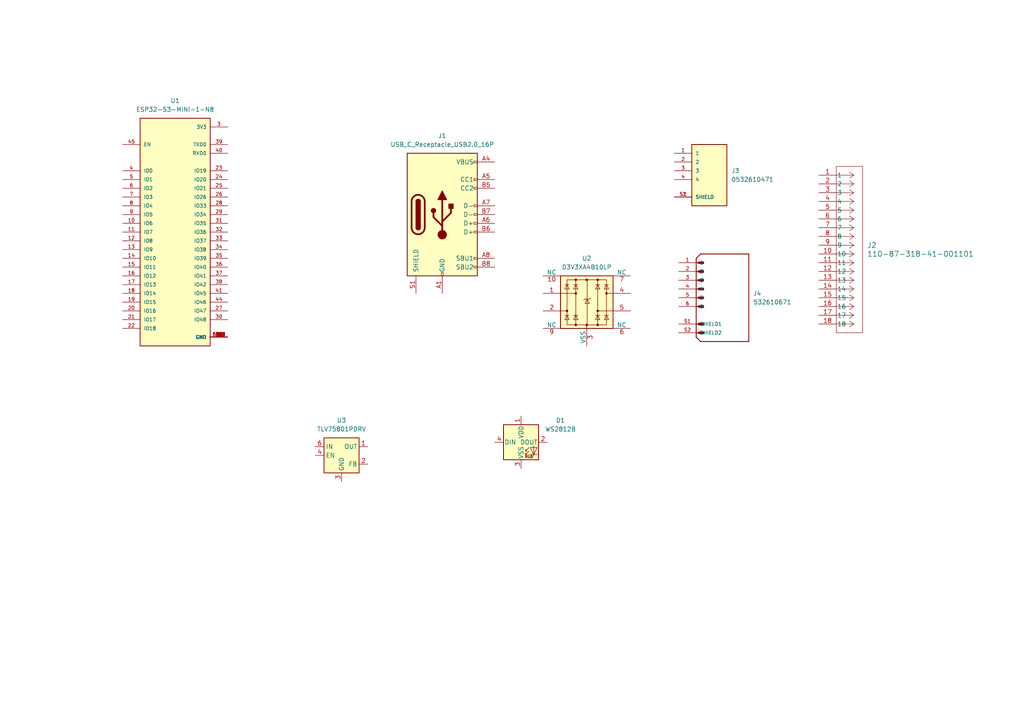
<source format=kicad_sch>
(kicad_sch (version 20231120) (generator "eeschema") (generator_version "8.0")
  (paper "A4")
  (lib_symbols
    (symbol "0532610471:0532610471" (pin_names (offset 1.016))
      (property "Reference" "J" (at -5.0836 8.1396 0))
      (property "Value" "0532610471" (at -5.0818 -12.7055 0))
      (symbol "0532610471_0_0"
        (rectangle (start -5.08 -10.16) (end 5.08 7.62) (stroke (width 0.254)) (fill (type background)))
        (pin passive line (at -10.16 5.08 0) (length 5.08) (name "1") (number "1"))
        (pin passive line (at -10.16 2.54 0) (length 5.08) (name "2") (number "2"))
        (pin passive line (at -10.16 0 0) (length 5.08) (name "3") (number "3"))
        (pin passive line (at -10.16 -2.54 0) (length 5.08) (name "4") (number "4"))
        (pin passive line (at -10.16 -7.62 0) (length 5.08) (name "SHIELD") (number "S1"))
        (pin passive line (at -10.16 -7.62 0) (length 5.08) (name "SHIELD") (number "S2"))
      )
    )
    (symbol "0532610671:532610671" (pin_names (offset 1.016))
      (property "Reference" "J" (at -7.62 13.97 0))
      (property "Value" "532610671" (at -7.62 -15.24 0))
      (symbol "532610671_0_0"
        (rectangle (start -6.985 -10.4775) (end -5.3975 -9.8425) (stroke (width 0.1)) (fill (type outline)))
        (rectangle (start -6.985 -7.9375) (end -5.3975 -7.3025) (stroke (width 0.1)) (fill (type outline)))
        (rectangle (start -6.985 -2.8575) (end -5.3975 -2.2225) (stroke (width 0.1)) (fill (type outline)))
        (rectangle (start -6.985 -0.3175) (end -5.3975 0.3175) (stroke (width 0.1)) (fill (type outline)))
        (rectangle (start -6.985 2.2225) (end -5.3975 2.8575) (stroke (width 0.1)) (fill (type outline)))
        (rectangle (start -6.985 4.7625) (end -5.3975 5.3975) (stroke (width 0.1)) (fill (type outline)))
        (rectangle (start -6.985 7.3025) (end -5.3975 7.9375) (stroke (width 0.1)) (fill (type outline)))
        (rectangle (start -6.985 9.8425) (end -5.3975 10.4775) (stroke (width 0.1)) (fill (type outline)))
        (polyline (pts (xy -7.62 -11.43) (xy -6.35 -12.7)) (stroke (width 0.254)))
        (polyline (pts (xy -7.62 -10.16) (xy -5.715 -10.16)) (stroke (width 0.254)))
        (polyline (pts (xy -7.62 -7.62) (xy -5.715 -7.62)) (stroke (width 0.254)))
        (polyline (pts (xy -7.62 -2.54) (xy -5.715 -2.54)) (stroke (width 0.254)))
        (polyline (pts (xy -7.62 0) (xy -5.715 0)) (stroke (width 0.254)))
        (polyline (pts (xy -7.62 2.54) (xy -5.715 2.54)) (stroke (width 0.254)))
        (polyline (pts (xy -7.62 5.08) (xy -5.715 5.08)) (stroke (width 0.254)))
        (polyline (pts (xy -7.62 7.62) (xy -5.715 7.62)) (stroke (width 0.254)))
        (polyline (pts (xy -7.62 10.16) (xy -5.715 10.16)) (stroke (width 0.254)))
        (polyline (pts (xy -7.62 11.43) (xy -7.62 -11.43)) (stroke (width 0.254)))
        (polyline (pts (xy -7.62 11.43) (xy -6.35 12.7)) (stroke (width 0.254)))
        (polyline (pts (xy -6.35 -12.7) (xy 7.62 -12.7)) (stroke (width 0.254)))
        (polyline (pts (xy 7.62 -12.7) (xy 7.62 12.7)) (stroke (width 0.254)))
        (polyline (pts (xy 7.62 12.7) (xy -6.35 12.7)) (stroke (width 0.254)))
        (pin passive line (at -12.7 10.16 0) (length 5.08) (name "1") (number "1"))
        (pin passive line (at -12.7 7.62 0) (length 5.08) (name "2") (number "2"))
        (pin passive line (at -12.7 5.08 0) (length 5.08) (name "3") (number "3"))
        (pin passive line (at -12.7 2.54 0) (length 5.08) (name "4") (number "4"))
        (pin passive line (at -12.7 0 0) (length 5.08) (name "5") (number "5"))
        (pin passive line (at -12.7 -2.54 0) (length 5.08) (name "6") (number "6"))
        (pin passive line (at -12.7 -7.62 0) (length 5.08) (name "SHIELD1") (number "S1"))
        (pin passive line (at -12.7 -10.16 0) (length 5.08) (name "SHIELD2") (number "S2"))
      )
    )
    (symbol "2025-04-26_22-41-39:110-87-318-41-001101" (pin_names (offset 0.254))
      (property "Reference" "J" (at 8.89 6.35 0))
      (property "Value" "110-87-318-41-001101" (at 0 0 0))
      (symbol "110-87-318-41-001101_0_1"
        (polyline (pts (xy 5.08 -45.72) (xy 12.7 -45.72)) (stroke (width 0.127)))
        (polyline (pts (xy 5.08 2.54) (xy 5.08 -45.72)) (stroke (width 0.127)))
        (polyline (pts (xy 10.16 -43.18) (xy 5.08 -43.18)) (stroke (width 0.127)))
        (polyline (pts (xy 10.16 -43.18) (xy 8.89 -44.0267)) (stroke (width 0.127)))
        (polyline (pts (xy 10.16 -43.18) (xy 8.89 -42.3333)) (stroke (width 0.127)))
        (polyline (pts (xy 10.16 -40.64) (xy 5.08 -40.64)) (stroke (width 0.127)))
        (polyline (pts (xy 10.16 -40.64) (xy 8.89 -41.4867)) (stroke (width 0.127)))
        (polyline (pts (xy 10.16 -40.64) (xy 8.89 -39.7933)) (stroke (width 0.127)))
        (polyline (pts (xy 10.16 -38.1) (xy 5.08 -38.1)) (stroke (width 0.127)))
        (polyline (pts (xy 10.16 -38.1) (xy 8.89 -38.9467)) (stroke (width 0.127)))
        (polyline (pts (xy 10.16 -38.1) (xy 8.89 -37.2533)) (stroke (width 0.127)))
        (polyline (pts (xy 10.16 -35.56) (xy 5.08 -35.56)) (stroke (width 0.127)))
        (polyline (pts (xy 10.16 -35.56) (xy 8.89 -36.4067)) (stroke (width 0.127)))
        (polyline (pts (xy 10.16 -35.56) (xy 8.89 -34.7133)) (stroke (width 0.127)))
        (polyline (pts (xy 10.16 -33.02) (xy 5.08 -33.02)) (stroke (width 0.127)))
        (polyline (pts (xy 10.16 -33.02) (xy 8.89 -33.8667)) (stroke (width 0.127)))
        (polyline (pts (xy 10.16 -33.02) (xy 8.89 -32.1733)) (stroke (width 0.127)))
        (polyline (pts (xy 10.16 -30.48) (xy 5.08 -30.48)) (stroke (width 0.127)))
        (polyline (pts (xy 10.16 -30.48) (xy 8.89 -31.3267)) (stroke (width 0.127)))
        (polyline (pts (xy 10.16 -30.48) (xy 8.89 -29.6333)) (stroke (width 0.127)))
        (polyline (pts (xy 10.16 -27.94) (xy 5.08 -27.94)) (stroke (width 0.127)))
        (polyline (pts (xy 10.16 -27.94) (xy 8.89 -28.7867)) (stroke (width 0.127)))
        (polyline (pts (xy 10.16 -27.94) (xy 8.89 -27.0933)) (stroke (width 0.127)))
        (polyline (pts (xy 10.16 -25.4) (xy 5.08 -25.4)) (stroke (width 0.127)))
        (polyline (pts (xy 10.16 -25.4) (xy 8.89 -26.2467)) (stroke (width 0.127)))
        (polyline (pts (xy 10.16 -25.4) (xy 8.89 -24.5533)) (stroke (width 0.127)))
        (polyline (pts (xy 10.16 -22.86) (xy 5.08 -22.86)) (stroke (width 0.127)))
        (polyline (pts (xy 10.16 -22.86) (xy 8.89 -23.7067)) (stroke (width 0.127)))
        (polyline (pts (xy 10.16 -22.86) (xy 8.89 -22.0133)) (stroke (width 0.127)))
        (polyline (pts (xy 10.16 -20.32) (xy 5.08 -20.32)) (stroke (width 0.127)))
        (polyline (pts (xy 10.16 -20.32) (xy 8.89 -21.1667)) (stroke (width 0.127)))
        (polyline (pts (xy 10.16 -20.32) (xy 8.89 -19.4733)) (stroke (width 0.127)))
        (polyline (pts (xy 10.16 -17.78) (xy 5.08 -17.78)) (stroke (width 0.127)))
        (polyline (pts (xy 10.16 -17.78) (xy 8.89 -18.6267)) (stroke (width 0.127)))
        (polyline (pts (xy 10.16 -17.78) (xy 8.89 -16.9333)) (stroke (width 0.127)))
        (polyline (pts (xy 10.16 -15.24) (xy 5.08 -15.24)) (stroke (width 0.127)))
        (polyline (pts (xy 10.16 -15.24) (xy 8.89 -16.0867)) (stroke (width 0.127)))
        (polyline (pts (xy 10.16 -15.24) (xy 8.89 -14.3933)) (stroke (width 0.127)))
        (polyline (pts (xy 10.16 -12.7) (xy 5.08 -12.7)) (stroke (width 0.127)))
        (polyline (pts (xy 10.16 -12.7) (xy 8.89 -13.5467)) (stroke (width 0.127)))
        (polyline (pts (xy 10.16 -12.7) (xy 8.89 -11.8533)) (stroke (width 0.127)))
        (polyline (pts (xy 10.16 -10.16) (xy 5.08 -10.16)) (stroke (width 0.127)))
        (polyline (pts (xy 10.16 -10.16) (xy 8.89 -11.0067)) (stroke (width 0.127)))
        (polyline (pts (xy 10.16 -10.16) (xy 8.89 -9.3133)) (stroke (width 0.127)))
        (polyline (pts (xy 10.16 -7.62) (xy 5.08 -7.62)) (stroke (width 0.127)))
        (polyline (pts (xy 10.16 -7.62) (xy 8.89 -8.4667)) (stroke (width 0.127)))
        (polyline (pts (xy 10.16 -7.62) (xy 8.89 -6.7733)) (stroke (width 0.127)))
        (polyline (pts (xy 10.16 -5.08) (xy 5.08 -5.08)) (stroke (width 0.127)))
        (polyline (pts (xy 10.16 -5.08) (xy 8.89 -5.9267)) (stroke (width 0.127)))
        (polyline (pts (xy 10.16 -5.08) (xy 8.89 -4.2333)) (stroke (width 0.127)))
        (polyline (pts (xy 10.16 -2.54) (xy 5.08 -2.54)) (stroke (width 0.127)))
        (polyline (pts (xy 10.16 -2.54) (xy 8.89 -3.3867)) (stroke (width 0.127)))
        (polyline (pts (xy 10.16 -2.54) (xy 8.89 -1.6933)) (stroke (width 0.127)))
        (polyline (pts (xy 10.16 0) (xy 5.08 0)) (stroke (width 0.127)))
        (polyline (pts (xy 10.16 0) (xy 8.89 -0.8467)) (stroke (width 0.127)))
        (polyline (pts (xy 10.16 0) (xy 8.89 0.8467)) (stroke (width 0.127)))
        (polyline (pts (xy 12.7 -45.72) (xy 12.7 2.54)) (stroke (width 0.127)))
        (polyline (pts (xy 12.7 2.54) (xy 5.08 2.54)) (stroke (width 0.127)))
        (pin unspecified line (at 0 0 0) (length 5.08) (name "1") (number "1"))
        (pin unspecified line (at 0 -22.86 0) (length 5.08) (name "10") (number "10"))
        (pin unspecified line (at 0 -25.4 0) (length 5.08) (name "11") (number "11"))
        (pin unspecified line (at 0 -27.94 0) (length 5.08) (name "12") (number "12"))
        (pin unspecified line (at 0 -30.48 0) (length 5.08) (name "13") (number "13"))
        (pin unspecified line (at 0 -33.02 0) (length 5.08) (name "14") (number "14"))
        (pin unspecified line (at 0 -35.56 0) (length 5.08) (name "15") (number "15"))
        (pin unspecified line (at 0 -38.1 0) (length 5.08) (name "16") (number "16"))
        (pin unspecified line (at 0 -40.64 0) (length 5.08) (name "17") (number "17"))
        (pin unspecified line (at 0 -43.18 0) (length 5.08) (name "18") (number "18"))
        (pin unspecified line (at 0 -2.54 0) (length 5.08) (name "2") (number "2"))
        (pin unspecified line (at 0 -5.08 0) (length 5.08) (name "3") (number "3"))
        (pin unspecified line (at 0 -7.62 0) (length 5.08) (name "4") (number "4"))
        (pin unspecified line (at 0 -10.16 0) (length 5.08) (name "5") (number "5"))
        (pin unspecified line (at 0 -12.7 0) (length 5.08) (name "6") (number "6"))
        (pin unspecified line (at 0 -15.24 0) (length 5.08) (name "7") (number "7"))
        (pin unspecified line (at 0 -17.78 0) (length 5.08) (name "8") (number "8"))
        (pin unspecified line (at 0 -20.32 0) (length 5.08) (name "9") (number "9"))
      )
    )
    (symbol "Connector:USB_C_Receptacle_USB2.0_16P" (pin_names (offset 1.016))
      (property "Reference" "J" (at 0 22.225 0))
      (property "Value" "USB_C_Receptacle_USB2.0_16P" (at 0 19.685 0))
      (symbol "USB_C_Receptacle_USB2.0_16P_0_0"
        (rectangle (start -0.254 -17.78) (end 0.254 -16.764))
        (rectangle (start 10.16 -14.986) (end 9.144 -15.494))
        (rectangle (start 10.16 -12.446) (end 9.144 -12.954))
        (rectangle (start 10.16 -4.826) (end 9.144 -5.334))
        (rectangle (start 10.16 -2.286) (end 9.144 -2.794))
        (rectangle (start 10.16 0.254) (end 9.144 -0.254))
        (rectangle (start 10.16 2.794) (end 9.144 2.286))
        (rectangle (start 10.16 7.874) (end 9.144 7.366))
        (rectangle (start 10.16 10.414) (end 9.144 9.906))
        (rectangle (start 10.16 15.494) (end 9.144 14.986))
      )
      (symbol "USB_C_Receptacle_USB2.0_16P_0_1"
        (rectangle (start -10.16 17.78) (end 10.16 -17.78) (stroke (width 0.254)) (fill (type background)))
        (arc (start -8.89 -3.81) (mid -6.985 -5.7067) (end -5.08 -3.81) (stroke (width 0.508)))
        (arc (start -7.62 -3.81) (mid -6.985 -4.4423) (end -6.35 -3.81) (stroke (width 0.254)))
        (arc (start -7.62 -3.81) (mid -6.985 -4.4423) (end -6.35 -3.81) (stroke (width 0.254)) (fill (type outline)))
        (rectangle (start -7.62 -3.81) (end -6.35 3.81) (stroke (width 0.254)) (fill (type outline)))
        (arc (start -6.35 3.81) (mid -6.985 4.4423) (end -7.62 3.81) (stroke (width 0.254)))
        (arc (start -6.35 3.81) (mid -6.985 4.4423) (end -7.62 3.81) (stroke (width 0.254)) (fill (type outline)))
        (arc (start -5.08 3.81) (mid -6.985 5.7067) (end -8.89 3.81) (stroke (width 0.508)))
        (circle (center -2.54 1.143) (radius 0.635) (stroke (width 0.254)) (fill (type outline)))
        (circle (center 0 -5.842) (radius 1.27) (fill (type outline)))
        (polyline (pts (xy -8.89 -3.81) (xy -8.89 3.81)) (stroke (width 0.508)))
        (polyline (pts (xy -5.08 3.81) (xy -5.08 -3.81)) (stroke (width 0.508)))
        (polyline (pts (xy 0 -5.842) (xy 0 4.318)) (stroke (width 0.508)))
        (polyline (pts (xy 0 -3.302) (xy -2.54 -0.762) (xy -2.54 0.508)) (stroke (width 0.508)))
        (polyline (pts (xy 0 -2.032) (xy 2.54 0.508) (xy 2.54 1.778)) (stroke (width 0.508)))
        (polyline (pts (xy -1.27 4.318) (xy 0 6.858) (xy 1.27 4.318) (xy -1.27 4.318)) (stroke (width 0.254)) (fill (type outline)))
        (rectangle (start 1.905 1.778) (end 3.175 3.048) (stroke (width 0.254)) (fill (type outline)))
      )
      (symbol "USB_C_Receptacle_USB2.0_16P_1_1"
        (pin passive line (at 0 -22.86 90) (length 5.08) (name "GND") (number "A1"))
        (pin passive line (at 0 -22.86 90) (length 5.08) hide (name "GND") (number "A12"))
        (pin passive line (at 15.24 15.24 180) (length 5.08) (name "VBUS") (number "A4"))
        (pin bidirectional line (at 15.24 10.16 180) (length 5.08) (name "CC1") (number "A5"))
        (pin bidirectional line (at 15.24 -2.54 180) (length 5.08) (name "D+") (number "A6"))
        (pin bidirectional line (at 15.24 2.54 180) (length 5.08) (name "D-") (number "A7"))
        (pin bidirectional line (at 15.24 -12.7 180) (length 5.08) (name "SBU1") (number "A8"))
        (pin passive line (at 15.24 15.24 180) (length 5.08) hide (name "VBUS") (number "A9"))
        (pin passive line (at 0 -22.86 90) (length 5.08) hide (name "GND") (number "B1"))
        (pin passive line (at 0 -22.86 90) (length 5.08) hide (name "GND") (number "B12"))
        (pin passive line (at 15.24 15.24 180) (length 5.08) hide (name "VBUS") (number "B4"))
        (pin bidirectional line (at 15.24 7.62 180) (length 5.08) (name "CC2") (number "B5"))
        (pin bidirectional line (at 15.24 -5.08 180) (length 5.08) (name "D+") (number "B6"))
        (pin bidirectional line (at 15.24 0 180) (length 5.08) (name "D-") (number "B7"))
        (pin bidirectional line (at 15.24 -15.24 180) (length 5.08) (name "SBU2") (number "B8"))
        (pin passive line (at 15.24 15.24 180) (length 5.08) hide (name "VBUS") (number "B9"))
        (pin passive line (at -7.62 -22.86 90) (length 5.08) (name "SHIELD") (number "S1"))
      )
    )
    (symbol "ESP32-S3-MINI-1-N8:ESP32-S3-MINI-1-N8" (pin_names (offset 1.016))
      (property "Reference" "U" (at -10.16 34.29 0))
      (property "Value" "ESP32-S3-MINI-1-N8" (at -10.16 -35.56 0))
      (symbol "ESP32-S3-MINI-1-N8_0_0"
        (rectangle (start -10.16 -33.02) (end 10.16 33.02) (stroke (width 0.254)) (fill (type background)))
        (pin power_in line (at 15.24 -30.48 180) (length 5.08) (name "GND") (number "1"))
        (pin bidirectional line (at -15.24 2.54 0) (length 5.08) (name "IO6") (number "10"))
        (pin bidirectional line (at -15.24 0 0) (length 5.08) (name "IO7") (number "11"))
        (pin bidirectional line (at -15.24 -2.54 0) (length 5.08) (name "IO8") (number "12"))
        (pin bidirectional line (at -15.24 -5.08 0) (length 5.08) (name "IO9") (number "13"))
        (pin bidirectional line (at -15.24 -7.62 0) (length 5.08) (name "IO10") (number "14"))
        (pin bidirectional line (at -15.24 -10.16 0) (length 5.08) (name "IO11") (number "15"))
        (pin bidirectional line (at -15.24 -12.7 0) (length 5.08) (name "IO12") (number "16"))
        (pin bidirectional line (at -15.24 -15.24 0) (length 5.08) (name "IO13") (number "17"))
        (pin bidirectional line (at -15.24 -17.78 0) (length 5.08) (name "IO14") (number "18"))
        (pin bidirectional line (at -15.24 -20.32 0) (length 5.08) (name "IO15") (number "19"))
        (pin power_in line (at 15.24 -30.48 180) (length 5.08) (name "GND") (number "2"))
        (pin bidirectional line (at -15.24 -22.86 0) (length 5.08) (name "IO16") (number "20"))
        (pin bidirectional line (at -15.24 -25.4 0) (length 5.08) (name "IO17") (number "21"))
        (pin bidirectional line (at -15.24 -27.94 0) (length 5.08) (name "IO18") (number "22"))
        (pin bidirectional line (at 15.24 17.78 180) (length 5.08) (name "IO19") (number "23"))
        (pin bidirectional line (at 15.24 15.24 180) (length 5.08) (name "IO20") (number "24"))
        (pin bidirectional line (at 15.24 12.7 180) (length 5.08) (name "IO21") (number "25"))
        (pin bidirectional line (at 15.24 10.16 180) (length 5.08) (name "IO26") (number "26"))
        (pin bidirectional line (at 15.24 -22.86 180) (length 5.08) (name "IO47") (number "27"))
        (pin bidirectional line (at 15.24 7.62 180) (length 5.08) (name "IO33") (number "28"))
        (pin bidirectional line (at 15.24 5.08 180) (length 5.08) (name "IO34") (number "29"))
        (pin power_in line (at 15.24 30.48 180) (length 5.08) (name "3V3") (number "3"))
        (pin bidirectional line (at 15.24 -25.4 180) (length 5.08) (name "IO48") (number "30"))
        (pin bidirectional line (at 15.24 2.54 180) (length 5.08) (name "IO35") (number "31"))
        (pin bidirectional line (at 15.24 0 180) (length 5.08) (name "IO36") (number "32"))
        (pin bidirectional line (at 15.24 -2.54 180) (length 5.08) (name "IO37") (number "33"))
        (pin bidirectional line (at 15.24 -5.08 180) (length 5.08) (name "IO38") (number "34"))
        (pin bidirectional line (at 15.24 -7.62 180) (length 5.08) (name "IO39") (number "35"))
        (pin bidirectional line (at 15.24 -10.16 180) (length 5.08) (name "IO40") (number "36"))
        (pin bidirectional line (at 15.24 -12.7 180) (length 5.08) (name "IO41") (number "37"))
        (pin bidirectional line (at 15.24 -15.24 180) (length 5.08) (name "IO42") (number "38"))
        (pin bidirectional line (at 15.24 25.4 180) (length 5.08) (name "TXD0") (number "39"))
        (pin bidirectional line (at -15.24 17.78 0) (length 5.08) (name "IO0") (number "4"))
        (pin bidirectional line (at 15.24 22.86 180) (length 5.08) (name "RXD0") (number "40"))
        (pin bidirectional line (at 15.24 -17.78 180) (length 5.08) (name "IO45") (number "41"))
        (pin power_in line (at 15.24 -30.48 180) (length 5.08) (name "GND") (number "42"))
        (pin power_in line (at 15.24 -30.48 180) (length 5.08) (name "GND") (number "43"))
        (pin bidirectional line (at 15.24 -20.32 180) (length 5.08) (name "IO46") (number "44"))
        (pin input line (at -15.24 25.4 0) (length 5.08) (name "EN") (number "45"))
        (pin power_in line (at 15.24 -30.48 180) (length 5.08) (name "GND") (number "46"))
        (pin power_in line (at 15.24 -30.48 180) (length 5.08) (name "GND") (number "47"))
        (pin power_in line (at 15.24 -30.48 180) (length 5.08) (name "GND") (number "48"))
        (pin power_in line (at 15.24 -30.48 180) (length 5.08) (name "GND") (number "49"))
        (pin bidirectional line (at -15.24 15.24 0) (length 5.08) (name "IO1") (number "5"))
        (pin power_in line (at 15.24 -30.48 180) (length 5.08) (name "GND") (number "50"))
        (pin power_in line (at 15.24 -30.48 180) (length 5.08) (name "GND") (number "51"))
        (pin power_in line (at 15.24 -30.48 180) (length 5.08) (name "GND") (number "52"))
        (pin power_in line (at 15.24 -30.48 180) (length 5.08) (name "GND") (number "53"))
        (pin power_in line (at 15.24 -30.48 180) (length 5.08) (name "GND") (number "54"))
        (pin power_in line (at 15.24 -30.48 180) (length 5.08) (name "GND") (number "55"))
        (pin power_in line (at 15.24 -30.48 180) (length 5.08) (name "GND") (number "56"))
        (pin power_in line (at 15.24 -30.48 180) (length 5.08) (name "GND") (number "57"))
        (pin power_in line (at 15.24 -30.48 180) (length 5.08) (name "GND") (number "58"))
        (pin power_in line (at 15.24 -30.48 180) (length 5.08) (name "GND") (number "59"))
        (pin bidirectional line (at -15.24 12.7 0) (length 5.08) (name "IO2") (number "6"))
        (pin power_in line (at 15.24 -30.48 180) (length 5.08) (name "GND") (number "60"))
        (pin power_in line (at 15.24 -30.48 180) (length 5.08) (name "GND") (number "61"))
        (pin power_in line (at 15.24 -30.48 180) (length 5.08) (name "GND") (number "61_1"))
        (pin power_in line (at 15.24 -30.48 180) (length 5.08) (name "GND") (number "61_2"))
        (pin power_in line (at 15.24 -30.48 180) (length 5.08) (name "GND") (number "61_3"))
        (pin power_in line (at 15.24 -30.48 180) (length 5.08) (name "GND") (number "61_4"))
        (pin power_in line (at 15.24 -30.48 180) (length 5.08) (name "GND") (number "61_5"))
        (pin power_in line (at 15.24 -30.48 180) (length 5.08) (name "GND") (number "61_6"))
        (pin power_in line (at 15.24 -30.48 180) (length 5.08) (name "GND") (number "61_7"))
        (pin power_in line (at 15.24 -30.48 180) (length 5.08) (name "GND") (number "61_8"))
        (pin power_in line (at 15.24 -30.48 180) (length 5.08) (name "GND") (number "62"))
        (pin power_in line (at 15.24 -30.48 180) (length 5.08) (name "GND") (number "63"))
        (pin power_in line (at 15.24 -30.48 180) (length 5.08) (name "GND") (number "64"))
        (pin power_in line (at 15.24 -30.48 180) (length 5.08) (name "GND") (number "65"))
        (pin bidirectional line (at -15.24 10.16 0) (length 5.08) (name "IO3") (number "7"))
        (pin bidirectional line (at -15.24 7.62 0) (length 5.08) (name "IO4") (number "8"))
        (pin bidirectional line (at -15.24 5.08 0) (length 5.08) (name "IO5") (number "9"))
      )
    )
    (symbol "LED:WS2812B" (pin_names (offset 0.254))
      (property "Reference" "D" (at 5.08 5.715 0))
      (property "Value" "WS2812B" (at 1.27 -5.715 0))
      (symbol "WS2812B_0_0"
        (text "RGB" (at 2.286 -4.191 0) (effects (font (size 0.762 0.762))))
      )
      (symbol "WS2812B_0_1"
        (polyline (pts (xy 1.27 -3.556) (xy 1.778 -3.556)))
        (polyline (pts (xy 1.27 -2.54) (xy 1.778 -2.54)))
        (polyline (pts (xy 4.699 -3.556) (xy 2.667 -3.556)))
        (polyline (pts (xy 2.286 -2.54) (xy 1.27 -3.556) (xy 1.27 -3.048)))
        (polyline (pts (xy 2.286 -1.524) (xy 1.27 -2.54) (xy 1.27 -2.032)))
        (polyline (pts (xy 3.683 -1.016) (xy 3.683 -3.556) (xy 3.683 -4.064)))
        (polyline (pts (xy 4.699 -1.524) (xy 2.667 -1.524) (xy 3.683 -3.556) (xy 4.699 -1.524)))
        (rectangle (start 5.08 5.08) (end -5.08 -5.08) (stroke (width 0.254)) (fill (type background)))
      )
      (symbol "WS2812B_1_1"
        (pin power_in line (at 0 7.62 270) (length 2.54) (name "VDD") (number "1"))
        (pin output line (at 7.62 0 180) (length 2.54) (name "DOUT") (number "2"))
        (pin power_in line (at 0 -7.62 90) (length 2.54) (name "VSS") (number "3"))
        (pin input line (at -7.62 0 0) (length 2.54) (name "DIN") (number "4"))
      )
    )
    (symbol "Power_Protection:D3V3XA4B10LP" (pin_names (offset 0))
      (property "Reference" "U" (at -0.635 8.89 0))
      (property "Value" "D3V3XA4B10LP" (at 8.89 -10.16 0))
      (symbol "D3V3XA4B10LP_0_0"
        (rectangle (start -5.715 6.477) (end 5.715 -6.604))
        (polyline (pts (xy -3.175 -6.604) (xy -3.175 6.477)))
        (polyline (pts (xy 0.127 6.477) (xy 0.127 -6.604)))
        (polyline (pts (xy 3.175 6.477) (xy 3.175 -6.604)))
      )
      (symbol "D3V3XA4B10LP_0_1"
        (rectangle (start -7.62 7.62) (end 7.62 -7.62) (stroke (width 0.254)) (fill (type background)))
        (circle (center -5.715 -2.54) (radius 0.2794) (fill (type outline)))
        (circle (center -3.175 -6.604) (radius 0.2794) (fill (type outline)))
        (circle (center -3.175 2.54) (radius 0.2794) (fill (type outline)))
        (circle (center -3.175 6.477) (radius 0.2794) (fill (type outline)))
        (circle (center 0 -6.604) (radius 0.2794) (fill (type outline)))
        (polyline (pts (xy -7.747 2.54) (xy -3.175 2.54)))
        (polyline (pts (xy -7.62 -2.54) (xy -5.715 -2.54)))
        (polyline (pts (xy -5.08 -3.81) (xy -6.35 -3.81)))
        (polyline (pts (xy -5.08 5.08) (xy -6.35 5.08)))
        (polyline (pts (xy -2.54 -3.81) (xy -3.81 -3.81)))
        (polyline (pts (xy -2.54 5.08) (xy -3.81 5.08)))
        (polyline (pts (xy -0.508 0.889) (xy -0.889 0.635)))
        (polyline (pts (xy 0 -6.604) (xy 0 -7.62)))
        (polyline (pts (xy 0.762 0.889) (xy -0.508 0.889)))
        (polyline (pts (xy 0.762 0.889) (xy 1.143 1.143)))
        (polyline (pts (xy 3.81 -3.81) (xy 2.54 -3.81)))
        (polyline (pts (xy 3.81 5.08) (xy 2.54 5.08)))
        (polyline (pts (xy 6.35 -3.81) (xy 5.08 -3.81)))
        (polyline (pts (xy 6.35 5.08) (xy 5.08 5.08)))
        (polyline (pts (xy 7.62 -2.54) (xy 3.175 -2.54)))
        (polyline (pts (xy 7.62 2.54) (xy 5.715 2.54)))
        (polyline (pts (xy -5.08 -5.08) (xy -6.35 -5.08) (xy -5.715 -3.81) (xy -5.08 -5.08)))
        (polyline (pts (xy -5.08 3.81) (xy -6.35 3.81) (xy -5.715 5.08) (xy -5.08 3.81)))
        (polyline (pts (xy -2.54 -5.08) (xy -3.81 -5.08) (xy -3.175 -3.81) (xy -2.54 -5.08)))
        (polyline (pts (xy -2.54 3.81) (xy -3.81 3.81) (xy -3.175 5.08) (xy -2.54 3.81)))
        (polyline (pts (xy 0.762 -0.381) (xy -0.508 -0.381) (xy 0.127 0.889) (xy 0.762 -0.381)))
        (polyline (pts (xy 3.81 -5.08) (xy 2.54 -5.08) (xy 3.175 -3.81) (xy 3.81 -5.08)))
        (polyline (pts (xy 3.81 3.81) (xy 2.54 3.81) (xy 3.175 5.08) (xy 3.81 3.81)))
        (polyline (pts (xy 6.35 -5.08) (xy 5.08 -5.08) (xy 5.715 -3.81) (xy 6.35 -5.08)))
        (polyline (pts (xy 6.35 3.81) (xy 5.08 3.81) (xy 5.715 5.08) (xy 6.35 3.81)))
        (circle (center 0 6.477) (radius 0.2794) (fill (type outline)))
        (circle (center 3.175 -6.604) (radius 0.2794) (fill (type outline)))
        (circle (center 3.175 -2.54) (radius 0.2794) (fill (type outline)))
        (circle (center 3.175 6.477) (radius 0.2794) (fill (type outline)))
        (circle (center 5.715 2.54) (radius 0.2794) (fill (type outline)))
      )
      (symbol "D3V3XA4B10LP_1_1"
        (pin passive line (at -12.7 2.54 0) (length 5.08) (name "~") (number "1"))
        (pin free line (at -12.7 7.62 0) (length 5.08) (name "NC") (number "10"))
        (pin passive line (at -12.7 -2.54 0) (length 5.08) (name "~") (number "2"))
        (pin power_in line (at 0 -12.7 90) (length 5.08) (name "VSS") (number "3"))
        (pin passive line (at 12.7 2.54 180) (length 5.08) (name "~") (number "4"))
        (pin passive line (at 12.7 -2.54 180) (length 5.08) (name "~") (number "5"))
        (pin free line (at 12.7 -7.62 180) (length 5.08) (name "NC") (number "6"))
        (pin free line (at 12.7 7.62 180) (length 5.08) (name "NC") (number "7"))
        (pin passive line (at 0 -12.7 90) (length 5.08) hide (name "VSS") (number "8"))
        (pin free line (at -12.7 -7.62 0) (length 5.08) (name "NC") (number "9"))
      )
    )
    (symbol "Regulator_Linear:TLV75801PDRV"
      (property "Reference" "U" (at -3.81 6.35 0))
      (property "Value" "TLV75801PDRV" (at 0 6.35 0))
      (symbol "TLV75801PDRV_0_1"
        (rectangle (start 5.08 -5.08) (end -5.08 5.08) (stroke (width 0.254)) (fill (type background)))
      )
      (symbol "TLV75801PDRV_1_1"
        (pin power_out line (at 7.62 2.54 180) (length 2.54) (name "OUT") (number "1"))
        (pin input line (at 7.62 -2.54 180) (length 2.54) (name "FB") (number "2"))
        (pin power_in line (at 0 -7.62 90) (length 2.54) (name "GND") (number "3"))
        (pin input line (at -7.62 0 0) (length 2.54) (name "EN") (number "4"))
        (pin no_connect line (at 5.08 0 180) (length 2.54) hide (name "DNC") (number "5"))
        (pin power_in line (at -7.62 2.54 0) (length 2.54) (name "IN") (number "6"))
        (pin passive line (at 0 -7.62 90) (length 2.54) hide (name "GND") (number "7"))
      )
    )
  )
  (symbol (lib_id "0532610671:532610671") (at 209.55 86.36 0) (unit 1)
    (property "Reference" "J4" (at 218.44 85.0899 0) (effects (justify left)))
    (property "Value" "532610671" (at 218.44 87.6299 0) (effects (justify left)))
    (property "Footprint" "532610671:MOLEX_532610671" (effects (hide yes)))
    (property "MF" "Molex" (effects (hide yes)))
    (property "MAXIMUM_PACKAGE_HEIGHT" "3.4 mm" (effects (hide yes)))
    (property "Package" "None" (effects (hide yes)))
    (property "Price" "None" (effects (hide yes)))
    (property "Check_prices" "https://www.snapeda.com/parts/53261-0671/Molex/view-part/?ref=eda" (effects (hide yes)))
    (property "STANDARD" "Manufacturer Recommendations" (effects (hide yes)))
    (property "PARTREV" "J" (effects (hide yes)))
    (property "SnapEDA_Link" "https://www.snapeda.com/parts/53261-0671/Molex/view-part/?ref=snap" (effects (hide yes)))
    (property "MP" "53261-0671" (effects (hide yes)))
    (property "Description_1" "\n                        \n                            Conn; Rect; Header; 1.25 mm Pitch; PCB; 6 Cir; Rt Angle; SMT; PicoBlade; LF | Molex Incorporated 53261-0671\n                        \n" (effects (hide yes)))
    (property "Availability" "In Stock" (effects (hide yes)))
    (property "MANUFACTURER" "Molex" (effects (hide yes)))
  )
  (symbol (lib_id "Connector:USB_C_Receptacle_USB2.0_16P") (at 128.27 62.23 0) (unit 1)
    (property "Reference" "J1" (at 128.27 39.37 0))
    (property "Value" "USB_C_Receptacle_USB2.0_16P" (at 128.27 41.91 0))
    (property "Footprint" "Connector_USB:USB_C_Receptacle_GCT_USB4105-xx-A_16P_TopMnt_Horizontal" (effects (hide yes)))
    (property "Datasheet" "https://www.usb.org/sites/default/files/documents/usb_type-c.zip" (effects (hide yes)))
    (property "Description" "USB 2.0-only 16P Type-C Receptacle connector" (effects (hide yes)))
  )
  (symbol (lib_id "ESP32-S3-MINI-1-N8:ESP32-S3-MINI-1-N8") (at 50.8 67.31 0) (unit 1)
    (property "Reference" "U1" (at 50.8 29.21 0))
    (property "Value" "ESP32-S3-MINI-1-N8" (at 50.8 31.75 0))
    (property "Footprint" "ESP32-S3-MINI-1-N8:XCVR_ESP32-S3-MINI-1-N8" (effects (hide yes)))
    (property "MF" "Espressif Systems" (effects (hide yes)))
    (property "MAXIMUM_PACKAGE_HEIGHT" "2.55mm" (effects (hide yes)))
    (property "Package" "None" (effects (hide yes)))
    (property "Price" "None" (effects (hide yes)))
    (property "Check_prices" "https://www.snapeda.com/parts/ESP32-S3-MINI-1-N8/Espressif+Systems/view-part/?ref=eda" (effects (hide yes)))
    (property "STANDARD" "Manufacturer Recommendations" (effects (hide yes)))
    (property "PARTREV" "v0.6" (effects (hide yes)))
    (property "SnapEDA_Link" "https://www.snapeda.com/parts/ESP32-S3-MINI-1-N8/Espressif+Systems/view-part/?ref=snap" (effects (hide yes)))
    (property "MP" "ESP32-S3-MINI-1-N8" (effects (hide yes)))
    (property "Description_1" "\n                        \n                            Bluetooth, WiFi 802.11b/g/n, Bluetooth v5.0 Transceiver Module 2.4GHz PCB Trace Surface Mount\n                        \n" (effects (hide yes)))
    (property "Availability" "In Stock" (effects (hide yes)))
    (property "MANUFACTURER" "Espressif" (effects (hide yes)))
  )
  (symbol (lib_id "2025-04-26_22-41-39:110-87-318-41-001101") (at 237.49 50.8 0) (unit 1)
    (property "Reference" "J2" (at 251.46 71.1199 0) (effects (font (size 1.524 1.524)) (justify left)))
    (property "Value" "110-87-318-41-001101" (at 251.46 73.6599 0) (effects (font (size 1.524 1.524)) (justify left)))
    (property "Footprint" "CONN18_318-41-001101_PRD" (effects (hide yes)))
    (property "Datasheet" "110-87-318-41-001101" (effects (hide yes)))
  )
  (symbol (lib_id "LED:WS2812B") (at 151.13 128.27 0) (unit 1)
    (property "Reference" "D1" (at 162.56 121.9514 0))
    (property "Value" "WS2812B" (at 162.56 124.4914 0))
    (property "Footprint" "LED_SMD:LED_WS2812B_PLCC4_5.0x5.0mm_P3.2mm" (effects (hide yes)))
    (property "Datasheet" "https://cdn-shop.adafruit.com/datasheets/WS2812B.pdf" (effects (hide yes)))
    (property "Description" "RGB LED with integrated controller" (effects (hide yes)))
  )
  (symbol (lib_id "0532610471:0532610471") (at 205.74 49.53 0) (unit 1)
    (property "Reference" "J3" (at 212.09 49.5299 0) (effects (justify left)))
    (property "Value" "0532610471" (at 212.09 52.0699 0) (effects (justify left)))
    (property "Footprint" "0532610471:MOLEX_0532610471" (effects (hide yes)))
    (property "DigiKey_Part_Number" "WM7622TR-ND" (effects (hide yes)))
    (property "MF" "Molex" (effects (hide yes)))
    (property "DESCRIPTION" "Conn Shrouded Header HDR 4 POS 1.25mm Solder RA SMD PicoBlade™ Embossed T/R" (effects (hide yes)))
    (property "PACKAGE" "None" (effects (hide yes)))
    (property "PRICE" "None" (effects (hide yes)))
    (property "Package" "None" (effects (hide yes)))
    (property "Check_prices" "https://www.snapeda.com/parts/0532610471/Molex/view-part/?ref=eda" (effects (hide yes)))
    (property "STANDARD" "Manufacturer Recommendation" (effects (hide yes)))
    (property "PARTREV" "J" (effects (hide yes)))
    (property "SnapEDA_Link" "https://www.snapeda.com/parts/0532610471/Molex/view-part/?ref=snap" (effects (hide yes)))
    (property "MP" "0532610471" (effects (hide yes)))
    (property "AVAILABILITY" "Unavailable" (effects (hide yes)))
    (property "Description_1" "\n                        \n                            Picoblade Connector, 4 Circuit Single Row, Right Angle Surface Mount SMT PCB\n                        \n" (effects (hide yes)))
  )
  (symbol (lib_id "Power_Protection:D3V3XA4B10LP") (at 170.18 87.63 0) (unit 1)
    (property "Reference" "U2" (at 170.18 74.93 0))
    (property "Value" "D3V3XA4B10LP" (at 170.18 77.47 0))
    (property "Footprint" "Package_DFN_QFN:Diodes_UDFN-10_1.0x2.5mm_P0.5mm" (effects (hide yes)))
    (property "Datasheet" "https://www.diodes.com/assets/Datasheets/D3V3XA4B10LP.pdf" (effects (hide yes)))
    (property "Description" "4-Channel Low Capacitance TVS Diode Array, DFN-10" (effects (hide yes)))
  )
  (symbol (lib_id "Regulator_Linear:TLV75801PDRV") (at 99.06 132.08 0) (unit 1)
    (property "Reference" "U3" (at 99.06 121.92 0))
    (property "Value" "TLV75801PDRV" (at 99.06 124.46 0))
    (property "Footprint" "Package_SON:WSON-6-1EP_2x2mm_P0.65mm_EP1x1.6mm" (effects (hide yes)))
    (property "Datasheet" "https://www.ti.com/lit/ds/symlink/tlv758p.pdf" (effects (hide yes)))
    (property "Description" "500mA Low-Dropout Linear Regulator, Adjustable Output, WSON-6" (effects (hide yes)))
  )
)
</source>
